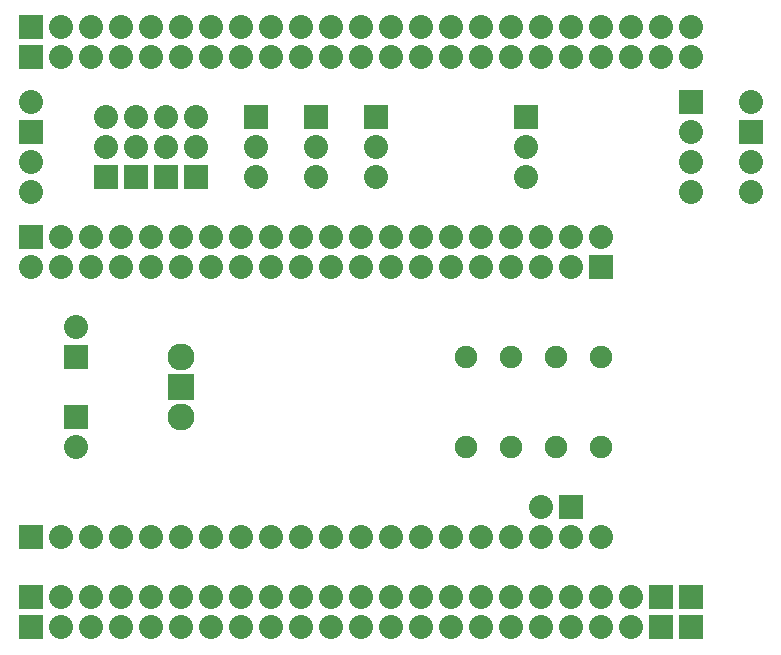
<source format=gbs>
G04 (created by PCBNEW-RS274X (2012-apr-16-27)-stable) date lun 12 may 2014 23:04:42 CEST*
G01*
G70*
G90*
%MOIN*%
G04 Gerber Fmt 3.4, Leading zero omitted, Abs format*
%FSLAX34Y34*%
G04 APERTURE LIST*
%ADD10C,0.000200*%
%ADD11R,0.080000X0.080000*%
%ADD12C,0.080000*%
%ADD13C,0.075000*%
%ADD14C,0.090000*%
%ADD15R,0.090000X0.090000*%
G04 APERTURE END LIST*
G54D10*
G54D11*
X80500Y-46000D03*
X80500Y-47000D03*
G54D12*
X85500Y-46000D03*
X81500Y-47000D03*
X86500Y-46000D03*
X82500Y-47000D03*
X87500Y-46000D03*
X83500Y-47000D03*
X88500Y-46000D03*
X84500Y-47000D03*
X89500Y-46000D03*
X85500Y-47000D03*
X90500Y-46000D03*
X86500Y-47000D03*
X91500Y-46000D03*
X87500Y-47000D03*
X92500Y-46000D03*
X88500Y-47000D03*
X93500Y-46000D03*
X89500Y-47000D03*
X94500Y-46000D03*
X90500Y-47000D03*
X95500Y-46000D03*
X91500Y-47000D03*
X92500Y-47000D03*
X96500Y-46000D03*
X93500Y-47000D03*
X95500Y-47000D03*
X96500Y-47000D03*
X97500Y-47000D03*
X98500Y-47000D03*
X97500Y-46000D03*
X98500Y-46000D03*
X81500Y-46000D03*
X82500Y-46000D03*
X83500Y-46000D03*
X84500Y-46000D03*
X99500Y-46000D03*
X99500Y-47000D03*
X94500Y-47000D03*
X100500Y-46000D03*
X100500Y-47000D03*
G54D11*
X101500Y-46000D03*
X101500Y-47000D03*
X102500Y-46000D03*
X102500Y-47000D03*
X80500Y-27000D03*
X80500Y-28000D03*
G54D12*
X85500Y-27000D03*
X81500Y-28000D03*
X86500Y-27000D03*
X82500Y-28000D03*
X87500Y-27000D03*
X83500Y-28000D03*
X88500Y-27000D03*
X84500Y-28000D03*
X89500Y-27000D03*
X85500Y-28000D03*
X90500Y-27000D03*
X86500Y-28000D03*
X91500Y-27000D03*
X87500Y-28000D03*
X92500Y-27000D03*
X88500Y-28000D03*
X93500Y-27000D03*
X89500Y-28000D03*
X94500Y-27000D03*
X90500Y-28000D03*
X95500Y-27000D03*
X91500Y-28000D03*
X92500Y-28000D03*
X96500Y-27000D03*
X93500Y-28000D03*
X95500Y-28000D03*
X96500Y-28000D03*
X97500Y-28000D03*
X98500Y-28000D03*
X97500Y-27000D03*
X98500Y-27000D03*
X81500Y-27000D03*
X82500Y-27000D03*
X83500Y-27000D03*
X84500Y-27000D03*
X99500Y-27000D03*
X99500Y-28000D03*
X94500Y-28000D03*
X100500Y-27000D03*
X100500Y-28000D03*
X101500Y-27000D03*
X101500Y-28000D03*
X102500Y-27000D03*
X102500Y-28000D03*
G54D11*
X84000Y-32000D03*
X83000Y-32000D03*
G54D12*
X84000Y-31000D03*
X83000Y-31000D03*
X84000Y-30000D03*
X83000Y-30000D03*
G54D11*
X86000Y-32000D03*
X85000Y-32000D03*
G54D12*
X86000Y-31000D03*
X85000Y-31000D03*
X86000Y-30000D03*
X85000Y-30000D03*
X90000Y-32000D03*
X90000Y-31000D03*
G54D11*
X90000Y-30000D03*
G54D12*
X92000Y-32000D03*
X92000Y-31000D03*
G54D11*
X92000Y-30000D03*
G54D13*
X98000Y-41000D03*
X98000Y-38000D03*
X95000Y-41000D03*
X95000Y-38000D03*
X99500Y-41000D03*
X99500Y-38000D03*
X96500Y-41000D03*
X96500Y-38000D03*
G54D12*
X102500Y-32500D03*
X102500Y-31500D03*
X102500Y-30500D03*
G54D11*
X102500Y-29500D03*
G54D12*
X80500Y-32500D03*
X80500Y-31500D03*
G54D11*
X80500Y-30500D03*
G54D12*
X80500Y-29500D03*
X104500Y-32500D03*
X104500Y-31500D03*
G54D11*
X104500Y-30500D03*
G54D12*
X104500Y-29500D03*
X88000Y-32000D03*
X88000Y-31000D03*
G54D11*
X88000Y-30000D03*
X97000Y-30000D03*
G54D12*
X97000Y-31000D03*
X97000Y-32000D03*
G54D11*
X98500Y-43000D03*
G54D12*
X97500Y-43000D03*
G54D11*
X80500Y-44000D03*
G54D12*
X85500Y-44000D03*
X86500Y-44000D03*
X87500Y-44000D03*
X88500Y-44000D03*
X89500Y-44000D03*
X90500Y-44000D03*
X91500Y-44000D03*
X92500Y-44000D03*
X93500Y-44000D03*
X94500Y-44000D03*
X95500Y-44000D03*
X96500Y-44000D03*
X97500Y-44000D03*
X98500Y-44000D03*
X81500Y-44000D03*
X82500Y-44000D03*
X83500Y-44000D03*
X84500Y-44000D03*
X99500Y-44000D03*
G54D11*
X80500Y-34000D03*
G54D12*
X85500Y-34000D03*
X86500Y-34000D03*
X87500Y-34000D03*
X88500Y-34000D03*
X89500Y-34000D03*
X90500Y-34000D03*
X91500Y-34000D03*
X92500Y-34000D03*
X93500Y-34000D03*
X94500Y-34000D03*
X95500Y-34000D03*
X96500Y-34000D03*
X97500Y-34000D03*
X98500Y-34000D03*
X81500Y-34000D03*
X82500Y-34000D03*
X83500Y-34000D03*
X84500Y-34000D03*
X99500Y-34000D03*
G54D11*
X99500Y-35000D03*
G54D12*
X94500Y-35000D03*
X93500Y-35000D03*
X92500Y-35000D03*
X91500Y-35000D03*
X90500Y-35000D03*
X89500Y-35000D03*
X88500Y-35000D03*
X87500Y-35000D03*
X86500Y-35000D03*
X85500Y-35000D03*
X84500Y-35000D03*
X83500Y-35000D03*
X82500Y-35000D03*
X81500Y-35000D03*
X98500Y-35000D03*
X97500Y-35000D03*
X96500Y-35000D03*
X95500Y-35000D03*
X80500Y-35000D03*
G54D14*
X85500Y-38000D03*
G54D15*
X85500Y-39000D03*
G54D14*
X85500Y-40000D03*
G54D12*
X82000Y-41000D03*
G54D11*
X82000Y-40000D03*
X82000Y-38000D03*
G54D12*
X82000Y-37000D03*
M02*

</source>
